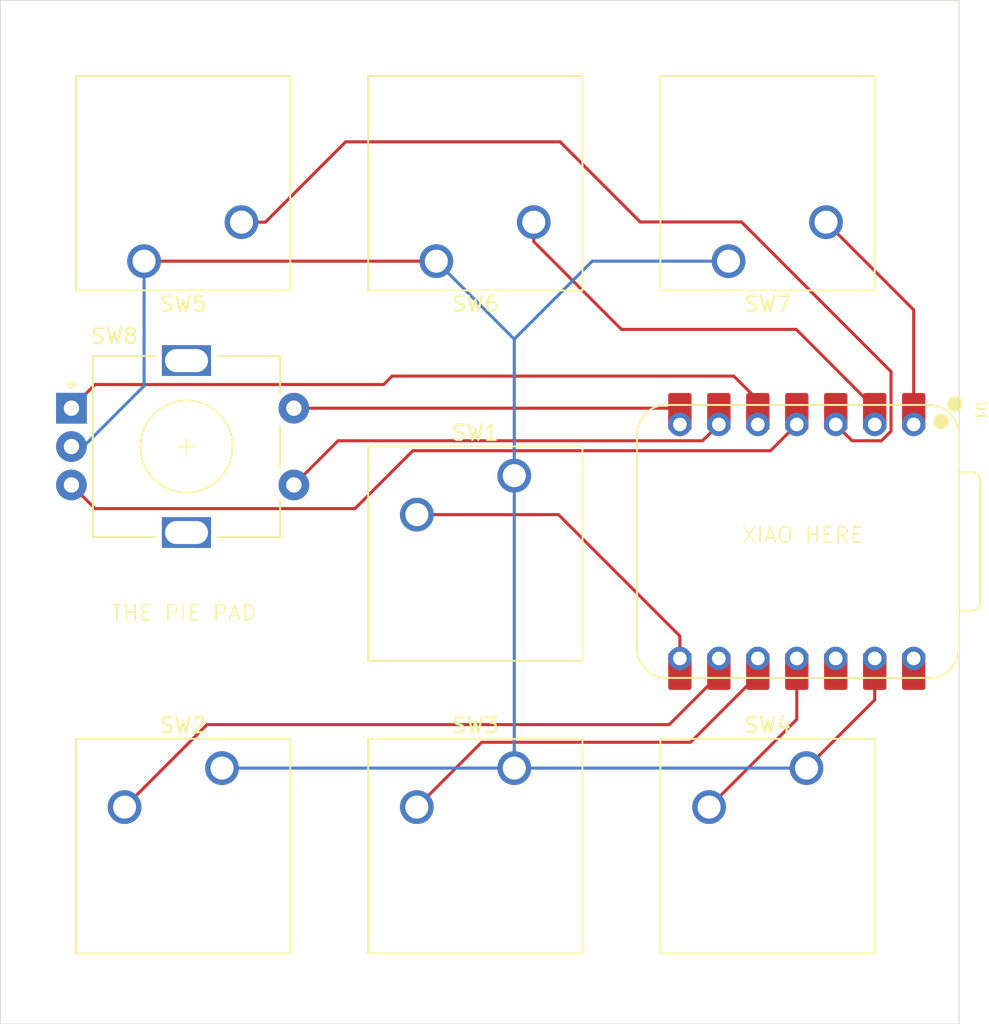
<source format=kicad_pcb>
(kicad_pcb (version 20241229) (generator "pcbnew") (generator_version "9.0")
  (layers (0 "F.Cu" signal) (2 "B.Cu" signal) (13 "F.Paste" user) (15 "B.Paste" user) (5 "F.SilkS" user "F.Silkscreen") (7 "B.SilkS" user "B.Silkscreen") (1 "F.Mask" user) (3 "B.Mask" user) (25 "Edge.Cuts" user))
  (net 0 "")
  (net 1 "+5V")
  (net 2 "GND")
  (net 3 "Net-(U1-GPIO1{slash}RX)")
  (net 4 "Net-(U1-GPIO2{slash}SCK)")
  (net 5 "Net-(U1-GPIO4{slash}MISO)")
  (net 6 "Net-(U1-GPIO3{slash}MOSI)")
  (net 7 "Net-(U1-GPIO29{slash}ADC3{slash}A3)")
  (net 8 "Net-(U1-GPIO7{slash}SCL)")
  (net 9 "Net-(U1-GPIO28{slash}ADC2{slash}A2)")
  (net 10 "Net-(U1-GPIO27{slash}ADC1{slash}A1)")
  (net 11 "Net-(U1-GPIO26{slash}ADC0{slash}A0)")
  (net 13 "Net-(U1-GPIO6{slash}SDA)")
  (net 14 "Net-(U1-GPIO0{slash}TX)")
  (footprint "Button_Switch_Keyboard:SW_Cherry_MX_1.00u_PCB" (layer "F.Cu") (at 114.14125 88.42375 180)
    (property "Reference" "SW5" (at -2.54 -2.794 0) (layer "F.SilkS"))
    (property "Value" "SW_Push")
    (fp_line (start 4.445 12.065) (end -9.525 12.065) (stroke (width 0.12)) (layer "F.SilkS"))
    (fp_line (start 4.445 -1.905) (end 4.445 12.065) (stroke (width 0.12)) (layer "F.SilkS"))
    (fp_line (start -9.525 12.065) (end -9.525 -1.905) (stroke (width 0.12)) (layer "F.SilkS"))
    (fp_line (start -9.525 -1.905) (end 4.445 -1.905) (stroke (width 0.12)) (layer "F.SilkS"))
    (pad "" np_thru_hole circle (at -7.62 5.08 180) (size 1.7 1.7) (drill 1.7) (layers "*.Cu" "*.Mask"))
    (pad "" np_thru_hole circle (at -2.54 5.08 180) (size 4 4) (drill 4) (layers "*.Cu" "*.Mask"))
    (pad "" np_thru_hole circle (at 2.54 5.08 180) (size 1.7 1.7) (drill 1.7) (layers "*.Cu" "*.Mask"))
    (pad "1" thru_hole circle (at 0 0 180) (size 2.2 2.2) (drill 1.5) (layers "*.Cu" "*.Mask") (net 2 "GND"))
    (pad "2" thru_hole circle (at -6.35 2.54 180) (size 2.2 2.2) (drill 1.5) (layers "*.Cu" "*.Mask") (net 9 "Net-(U1-GPIO28{slash}ADC2{slash}A2)"))
  )
  (footprint "OPL:XIAO-RP2040-DIP" (layer "F.Cu") (at 156.68625 106.68 -90)
    (property "Reference" "U1" (at -8.5 -12 270) (layer "F.SilkS") (effects (font (size 0.635 0.635) (thickness 0.1016))))
    (property "Value" "XIAO-RP2040-DIP")
    (fp_line (start -6.985 10.414) (end 6.985 10.414) (stroke (width 0.127)) (layer "F.SilkS"))
    (fp_line (start -8.89 8.509) (end -8.89 -8.636) (stroke (width 0.127)) (layer "F.SilkS"))
    (fp_line (start 8.89 8.509) (end 8.89 -8.636) (stroke (width 0.127)) (layer "F.SilkS"))
    (fp_line (start -4.495 -10.541) (end -4.491272 -11.451272) (stroke (width 0.127)) (layer "F.SilkS"))
    (fp_line (start 6.985 -10.541) (end -6.985 -10.541) (stroke (width 0.1)) (layer "F.SilkS"))
    (fp_line (start 6.985 -10.541) (end -6.985 -10.541) (stroke (width 0.127)) (layer "F.SilkS"))
    (fp_line (start 4.504 -11.451) (end 4.504 -10.541) (stroke (width 0.127)) (layer "F.SilkS"))
    (fp_line (start -3.991272 -11.951) (end 4.004 -11.951) (stroke (width 0.127)) (layer "F.SilkS"))
    (fp_arc (start -6.985 10.414) (mid -8.332038 9.856038) (end -8.89 8.509) (stroke (width 0.127)) (layer "F.SilkS"))
    (fp_arc (start 8.89 8.509) (mid 8.332038 9.856038) (end 6.985 10.414) (stroke (width 0.127)) (layer "F.SilkS"))
    (fp_arc (start -8.89 -8.636) (mid -8.332038 -9.983038) (end -6.985 -10.541) (stroke (width 0.127)) (layer "F.SilkS"))
    (fp_arc (start 6.985 -10.541) (mid 8.332038 -9.983038) (end 8.89 -8.636) (stroke (width 0.127)) (layer "F.SilkS"))
    (fp_arc (start -4.491272 -11.451272) (mid -4.344728 -11.80464) (end -3.991272 -11.951) (stroke (width 0.127)) (layer "F.SilkS"))
    (fp_arc (start 4.004 -11.951) (mid 4.357553 -11.804553) (end 4.504 -11.451) (stroke (width 0.127)) (layer "F.SilkS"))
    (fp_circle (center -7.807 -9.42) (end -7.807 -9.674) (stroke (width 0.5)) (fill yes) (layer "F.SilkS"))
    (fp_circle (center -8.95 -10.3) (end -8.95 -10.554) (stroke (width 0.5)) (fill yes) (layer "F.SilkS"))
    (pad "1" smd roundrect (at -8.455 -7.62 90) (size 2.432 1.524) (layers "F.Cu" "F.Mask") (roundrect_rratio 0.1) (net 11 "Net-(U1-GPIO26{slash}ADC0{slash}A0)"))
    (pad "1" thru_hole circle (at -7.62 -7.62 90) (size 1.524 1.524) (drill 0.889) (layers "*.Cu" "*.Mask") (net 11 "Net-(U1-GPIO26{slash}ADC0{slash}A0)"))
    (pad "2" smd roundrect (at -8.455 -5.08 90) (size 2.432 1.524) (layers "F.Cu" "F.Mask") (roundrect_rratio 0.1) (net 10 "Net-(U1-GPIO27{slash}ADC1{slash}A1)"))
    (pad "2" thru_hole circle (at -7.62 -5.08 90) (size 1.524 1.524) (drill 0.889) (layers "*.Cu" "*.Mask") (net 10 "Net-(U1-GPIO27{slash}ADC1{slash}A1)"))
    (pad "3" smd roundrect (at -8.455 -2.54 90) (size 2.432 1.524) (layers "F.Cu" "F.Mask") (roundrect_rratio 0.1) (net 9 "Net-(U1-GPIO28{slash}ADC2{slash}A2)"))
    (pad "3" thru_hole circle (at -7.62 -2.54 90) (size 1.524 1.524) (drill 0.889) (layers "*.Cu" "*.Mask") (net 9 "Net-(U1-GPIO28{slash}ADC2{slash}A2)"))
    (pad "4" smd roundrect (at -8.455 0 90) (size 2.432 1.524) (layers "F.Cu" "F.Mask") (roundrect_rratio 0.1) (net 7 "Net-(U1-GPIO29{slash}ADC3{slash}A3)"))
    (pad "4" thru_hole circle (at -7.62 0 90) (size 1.524 1.524) (drill 0.889) (layers "*.Cu" "*.Mask") (net 7 "Net-(U1-GPIO29{slash}ADC3{slash}A3)"))
    (pad "5" smd roundrect (at -8.455 2.54 90) (size 2.432 1.524) (layers "F.Cu" "F.Mask") (roundrect_rratio 0.1) (net 13 "Net-(U1-GPIO6{slash}SDA)"))
    (pad "5" thru_hole circle (at -7.62 2.54 90) (size 1.524 1.524) (drill 0.889) (layers "*.Cu" "*.Mask") (net 13 "Net-(U1-GPIO6{slash}SDA)"))
    (pad "6" smd roundrect (at -8.455 5.08 90) (size 2.432 1.524) (layers "F.Cu" "F.Mask") (roundrect_rratio 0.1) (net 8 "Net-(U1-GPIO7{slash}SCL)"))
    (pad "6" thru_hole circle (at -7.62 5.08 90) (size 1.524 1.524) (drill 0.889) (layers "*.Cu" "*.Mask") (net 8 "Net-(U1-GPIO7{slash}SCL)"))
    (pad "7" smd roundrect (at -8.455 7.62 90) (size 2.432 1.524) (layers "F.Cu" "F.Mask") (roundrect_rratio 0.1) (net 14 "Net-(U1-GPIO0{slash}TX)"))
    (pad "7" thru_hole circle (at -7.62 7.62 90) (size 1.524 1.524) (drill 0.889) (layers "*.Cu" "*.Mask") (net 14 "Net-(U1-GPIO0{slash}TX)"))
    (pad "8" thru_hole circle (at 7.62 7.62 270) (size 1.524 1.524) (drill 0.889) (layers "*.Cu" "*.Mask") (net 3 "Net-(U1-GPIO1{slash}RX)"))
    (pad "8" smd roundrect (at 8.455 7.62 270) (size 2.432 1.524) (layers "F.Cu" "F.Mask") (roundrect_rratio 0.1) (net 3 "Net-(U1-GPIO1{slash}RX)"))
    (pad "9" thru_hole circle (at 7.62 5.08 270) (size 1.524 1.524) (drill 0.889) (layers "*.Cu" "*.Mask") (net 4 "Net-(U1-GPIO2{slash}SCK)"))
    (pad "9" smd roundrect (at 8.455 5.08 270) (size 2.432 1.524) (layers "F.Cu" "F.Mask") (roundrect_rratio 0.1) (net 4 "Net-(U1-GPIO2{slash}SCK)"))
    (pad "10" thru_hole circle (at 7.62 2.54 270) (size 1.524 1.524) (drill 0.889) (layers "*.Cu" "*.Mask") (net 5 "Net-(U1-GPIO4{slash}MISO)"))
    (pad "10" smd roundrect (at 8.455 2.54 270) (size 2.432 1.524) (layers "F.Cu" "F.Mask") (roundrect_rratio 0.1) (net 5 "Net-(U1-GPIO4{slash}MISO)"))
    (pad "11" thru_hole circle (at 7.62 0 270) (size 1.524 1.524) (drill 0.889) (layers "*.Cu" "*.Mask") (net 6 "Net-(U1-GPIO3{slash}MOSI)"))
    (pad "11" smd roundrect (at 8.455 0 270) (size 2.432 1.524) (layers "F.Cu" "F.Mask") (roundrect_rratio 0.1) (net 6 "Net-(U1-GPIO3{slash}MOSI)"))
    (pad "12" thru_hole circle (at 7.62 -2.54 270) (size 1.524 1.524) (drill 0.889) (layers "*.Cu" "*.Mask"))
    (pad "12" smd roundrect (at 8.455 -2.54 270) (size 2.432 1.524) (layers "F.Cu" "F.Mask") (roundrect_rratio 0.1))
    (pad "13" thru_hole circle (at 7.62 -5.08 270) (size 1.524 1.524) (drill 0.889) (layers "*.Cu" "*.Mask") (net 2 "GND"))
    (pad "13" smd roundrect (at 8.455 -5.08 270) (size 2.432 1.524) (layers "F.Cu" "F.Mask") (roundrect_rratio 0.1) (net 2 "GND"))
    (pad "14" thru_hole circle (at 7.62 -7.62 270) (size 1.524 1.524) (drill 0.889) (layers "*.Cu" "*.Mask") (net 1 "+5V"))
    (pad "14" smd roundrect (at 8.455 -7.62 270) (size 2.432 1.524) (layers "F.Cu" "F.Mask") (roundrect_rratio 0.1) (net 1 "+5V"))
  )
  (footprint "Button_Switch_Keyboard:SW_Cherry_MX_1.00u_PCB" (layer "F.Cu") (at 138.27125 121.44375)
    (property "Reference" "SW3" (at -2.54 -2.794 0) (layer "F.SilkS"))
    (property "Value" "SW_Push")
    (fp_line (start -9.525 -1.905) (end 4.445 -1.905) (stroke (width 0.12)) (layer "F.SilkS"))
    (fp_line (start -9.525 12.065) (end -9.525 -1.905) (stroke (width 0.12)) (layer "F.SilkS"))
    (fp_line (start 4.445 -1.905) (end 4.445 12.065) (stroke (width 0.12)) (layer "F.SilkS"))
    (fp_line (start 4.445 12.065) (end -9.525 12.065) (stroke (width 0.12)) (layer "F.SilkS"))
    (pad "" np_thru_hole circle (at -7.62 5.08) (size 1.7 1.7) (drill 1.7) (layers "*.Cu" "*.Mask"))
    (pad "" np_thru_hole circle (at -2.54 5.08) (size 4 4) (drill 4) (layers "*.Cu" "*.Mask"))
    (pad "" np_thru_hole circle (at 2.54 5.08) (size 1.7 1.7) (drill 1.7) (layers "*.Cu" "*.Mask"))
    (pad "1" thru_hole circle (at 0 0) (size 2.2 2.2) (drill 1.5) (layers "*.Cu" "*.Mask") (net 2 "GND"))
    (pad "2" thru_hole circle (at -6.35 2.54) (size 2.2 2.2) (drill 1.5) (layers "*.Cu" "*.Mask") (net 5 "Net-(U1-GPIO4{slash}MISO)"))
  )
  (footprint "Button_Switch_Keyboard:SW_Cherry_MX_1.00u_PCB" (layer "F.Cu") (at 119.22125 121.44375)
    (property "Reference" "SW2" (at -2.54 -2.794 0) (layer "F.SilkS"))
    (property "Value" "SW_Push")
    (fp_line (start -9.525 -1.905) (end 4.445 -1.905) (stroke (width 0.12)) (layer "F.SilkS"))
    (fp_line (start -9.525 12.065) (end -9.525 -1.905) (stroke (width 0.12)) (layer "F.SilkS"))
    (fp_line (start 4.445 -1.905) (end 4.445 12.065) (stroke (width 0.12)) (layer "F.SilkS"))
    (fp_line (start 4.445 12.065) (end -9.525 12.065) (stroke (width 0.12)) (layer "F.SilkS"))
    (pad "" np_thru_hole circle (at -7.62 5.08) (size 1.7 1.7) (drill 1.7) (layers "*.Cu" "*.Mask"))
    (pad "" np_thru_hole circle (at -2.54 5.08) (size 4 4) (drill 4) (layers "*.Cu" "*.Mask"))
    (pad "" np_thru_hole circle (at 2.54 5.08) (size 1.7 1.7) (drill 1.7) (layers "*.Cu" "*.Mask"))
    (pad "1" thru_hole circle (at 0 0) (size 2.2 2.2) (drill 1.5) (layers "*.Cu" "*.Mask") (net 2 "GND"))
    (pad "2" thru_hole circle (at -6.35 2.54) (size 2.2 2.2) (drill 1.5) (layers "*.Cu" "*.Mask") (net 4 "Net-(U1-GPIO2{slash}SCK)"))
  )
  (footprint "Button_Switch_Keyboard:SW_Cherry_MX_1.00u_PCB" (layer "F.Cu") (at 157.32125 121.44375)
    (property "Reference" "SW4" (at -2.54 -2.794 0) (layer "F.SilkS"))
    (property "Value" "SW_Push")
    (fp_line (start -9.525 -1.905) (end 4.445 -1.905) (stroke (width 0.12)) (layer "F.SilkS"))
    (fp_line (start -9.525 12.065) (end -9.525 -1.905) (stroke (width 0.12)) (layer "F.SilkS"))
    (fp_line (start 4.445 -1.905) (end 4.445 12.065) (stroke (width 0.12)) (layer "F.SilkS"))
    (fp_line (start 4.445 12.065) (end -9.525 12.065) (stroke (width 0.12)) (layer "F.SilkS"))
    (pad "" np_thru_hole circle (at -7.62 5.08) (size 1.7 1.7) (drill 1.7) (layers "*.Cu" "*.Mask"))
    (pad "" np_thru_hole circle (at -2.54 5.08) (size 4 4) (drill 4) (layers "*.Cu" "*.Mask"))
    (pad "" np_thru_hole circle (at 2.54 5.08) (size 1.7 1.7) (drill 1.7) (layers "*.Cu" "*.Mask"))
    (pad "1" thru_hole circle (at 0 0) (size 2.2 2.2) (drill 1.5) (layers "*.Cu" "*.Mask") (net 2 "GND"))
    (pad "2" thru_hole circle (at -6.35 2.54) (size 2.2 2.2) (drill 1.5) (layers "*.Cu" "*.Mask") (net 6 "Net-(U1-GPIO3{slash}MOSI)"))
  )
  (footprint "Rotary_Encoder:RotaryEncoder_Alps_EC11E-Switch_Vertical_H20mm" (layer "F.Cu") (at 109.405902 98.000525)
    (property "Reference" "SW8" (at 2.8 -4.7 0) (layer "F.SilkS"))
    (property "Value" "RotaryEncoder_Switch")
    (fp_line (start -0.3 -1.6) (end 0.3 -1.6) (stroke (width 0.12)) (layer "F.SilkS"))
    (fp_line (start 0 -1.3) (end -0.3 -1.6) (stroke (width 0.12)) (layer "F.SilkS"))
    (fp_line (start 0.3 -1.6) (end 0 -1.3) (stroke (width 0.12)) (layer "F.SilkS"))
    (fp_line (start 1.4 -3.4) (end 1.4 8.4) (stroke (width 0.12)) (layer "F.SilkS"))
    (fp_line (start 5.5 -3.4) (end 1.4 -3.4) (stroke (width 0.12)) (layer "F.SilkS"))
    (fp_line (start 5.5 8.4) (end 1.4 8.4) (stroke (width 0.12)) (layer "F.SilkS"))
    (fp_line (start 7 2.5) (end 8 2.5) (stroke (width 0.12)) (layer "F.SilkS"))
    (fp_line (start 7.5 2) (end 7.5 3) (stroke (width 0.12)) (layer "F.SilkS"))
    (fp_line (start 9.5 -3.4) (end 13.6 -3.4) (stroke (width 0.12)) (layer "F.SilkS"))
    (fp_line (start 13.6 -3.4) (end 13.6 -1) (stroke (width 0.12)) (layer "F.SilkS"))
    (fp_line (start 13.6 1.2) (end 13.6 3.8) (stroke (width 0.12)) (layer "F.SilkS"))
    (fp_line (start 13.6 6) (end 13.6 8.4) (stroke (width 0.12)) (layer "F.SilkS"))
    (fp_line (start 13.6 8.4) (end 9.5 8.4) (stroke (width 0.12)) (layer "F.SilkS"))
    (fp_circle (center 7.5 2.5) (end 10.5 2.5) (stroke (width 0.12)) (fill no) (layer "F.SilkS"))
    (pad "A" thru_hole rect (at 0 0) (size 2 2) (drill 1) (layers "*.Cu" "*.Mask") (net 13 "Net-(U1-GPIO6{slash}SDA)"))
    (pad "B" thru_hole circle (at 0 5) (size 2 2) (drill 1) (layers "*.Cu" "*.Mask") (net 7 "Net-(U1-GPIO29{slash}ADC3{slash}A3)"))
    (pad "C" thru_hole circle (at 0 2.5) (size 2 2) (drill 1) (layers "*.Cu" "*.Mask") (net 2 "GND"))
    (pad "MP" thru_hole rect (at 7.5 -3.1) (size 3.2 2) (drill oval 2.8 1.5) (layers "*.Cu" "*.Mask"))
    (pad "MP" thru_hole rect (at 7.5 8.1) (size 3.2 2) (drill oval 2.8 1.5) (layers "*.Cu" "*.Mask"))
    (pad "S1" thru_hole circle (at 14.5 5) (size 2 2) (drill 1) (layers "*.Cu" "*.Mask") (net 8 "Net-(U1-GPIO7{slash}SCL)"))
    (pad "S2" thru_hole circle (at 14.5 0) (size 2 2) (drill 1) (layers "*.Cu" "*.Mask") (net 14 "Net-(U1-GPIO0{slash}TX)"))
  )
  (footprint "Button_Switch_Keyboard:SW_Cherry_MX_1.00u_PCB" (layer "F.Cu") (at 133.19125 88.42375 180)
    (property "Reference" "SW6" (at -2.54 -2.794 0) (layer "F.SilkS"))
    (property "Value" "SW_Push")
    (fp_line (start 4.445 12.065) (end -9.525 12.065) (stroke (width 0.12)) (layer "F.SilkS"))
    (fp_line (start 4.445 -1.905) (end 4.445 12.065) (stroke (width 0.12)) (layer "F.SilkS"))
    (fp_line (start -9.525 12.065) (end -9.525 -1.905) (stroke (width 0.12)) (layer "F.SilkS"))
    (fp_line (start -9.525 -1.905) (end 4.445 -1.905) (stroke (width 0.12)) (layer "F.SilkS"))
    (pad "" np_thru_hole circle (at -7.62 5.08 180) (size 1.7 1.7) (drill 1.7) (layers "*.Cu" "*.Mask"))
    (pad "" np_thru_hole circle (at -2.54 5.08 180) (size 4 4) (drill 4) (layers "*.Cu" "*.Mask"))
    (pad "" np_thru_hole circle (at 2.54 5.08 180) (size 1.7 1.7) (drill 1.7) (layers "*.Cu" "*.Mask"))
    (pad "1" thru_hole circle (at 0 0 180) (size 2.2 2.2) (drill 1.5) (layers "*.Cu" "*.Mask") (net 2 "GND"))
    (pad "2" thru_hole circle (at -6.35 2.54 180) (size 2.2 2.2) (drill 1.5) (layers "*.Cu" "*.Mask") (net 10 "Net-(U1-GPIO27{slash}ADC1{slash}A1)"))
  )
  (footprint "Button_Switch_Keyboard:SW_Cherry_MX_1.00u_PCB" (layer "F.Cu") (at 138.27125 102.39375)
    (property "Reference" "SW1" (at -2.54 -2.794 0) (layer "F.SilkS"))
    (property "Value" "SW_Push")
    (fp_line (start -9.525 -1.905) (end 4.445 -1.905) (stroke (width 0.12)) (layer "F.SilkS"))
    (fp_line (start -9.525 12.065) (end -9.525 -1.905) (stroke (width 0.12)) (layer "F.SilkS"))
    (fp_line (start 4.445 -1.905) (end 4.445 12.065) (stroke (width 0.12)) (layer "F.SilkS"))
    (fp_line (start 4.445 12.065) (end -9.525 12.065) (stroke (width 0.12)) (layer "F.SilkS"))
    (pad "" np_thru_hole circle (at -7.62 5.08) (size 1.7 1.7) (drill 1.7) (layers "*.Cu" "*.Mask"))
    (pad "" np_thru_hole circle (at -2.54 5.08) (size 4 4) (drill 4) (layers "*.Cu" "*.Mask"))
    (pad "" np_thru_hole circle (at 2.54 5.08) (size 1.7 1.7) (drill 1.7) (layers "*.Cu" "*.Mask"))
    (pad "1" thru_hole circle (at 0 0) (size 2.2 2.2) (drill 1.5) (layers "*.Cu" "*.Mask") (net 2 "GND"))
    (pad "2" thru_hole circle (at -6.35 2.54) (size 2.2 2.2) (drill 1.5) (layers "*.Cu" "*.Mask") (net 3 "Net-(U1-GPIO1{slash}RX)"))
  )
  (footprint "Button_Switch_Keyboard:SW_Cherry_MX_1.00u_PCB" (layer "F.Cu") (at 152.24125 88.42375 180)
    (property "Reference" "SW7" (at -2.54 -2.794 0) (layer "F.SilkS"))
    (property "Value" "SW_Push")
    (fp_line (start 4.445 12.065) (end -9.525 12.065) (stroke (width 0.12)) (layer "F.SilkS"))
    (fp_line (start 4.445 -1.905) (end 4.445 12.065) (stroke (width 0.12)) (layer "F.SilkS"))
    (fp_line (start -9.525 12.065) (end -9.525 -1.905) (stroke (width 0.12)) (layer "F.SilkS"))
    (fp_line (start -9.525 -1.905) (end 4.445 -1.905) (stroke (width 0.12)) (layer "F.SilkS"))
    (pad "" np_thru_hole circle (at -7.62 5.08 180) (size 1.7 1.7) (drill 1.7) (layers "*.Cu" "*.Mask"))
    (pad "" np_thru_hole circle (at -2.54 5.08 180) (size 4 4) (drill 4) (layers "*.Cu" "*.Mask"))
    (pad "" np_thru_hole circle (at 2.54 5.08 180) (size 1.7 1.7) (drill 1.7) (layers "*.Cu" "*.Mask"))
    (pad "1" thru_hole circle (at 0 0 180) (size 2.2 2.2) (drill 1.5) (layers "*.Cu" "*.Mask") (net 2 "GND"))
    (pad "2" thru_hole circle (at -6.35 2.54 180) (size 2.2 2.2) (drill 1.5) (layers "*.Cu" "*.Mask") (net 11 "Net-(U1-GPIO26{slash}ADC0{slash}A0)"))
  )
  (gr_rect (start 104.775 71.4375) (end 167.265423 138.1125) (stroke (width 0.05)) (fill no) (layer "Edge.Cuts"))
  (gr_text "THE PIE PAD" (at 111.91875 111.91875 0) (layer "F.SilkS") (effects (font (size 1 1) (thickness 0.1)) (justify left bottom)))
  (gr_text "XIAO HERE" (at 153.040896 106.852179 0) (layer "F.SilkS") (effects (font (size 1 1) (thickness 0.1)) (justify left bottom)))
  (segment (start 161.76625 114.3) (end 161.76625 116.99875) (width 0.2) (layer "F.Cu") (net 2))
  (segment (start 119.22125 121.285) (end 119.04475 121.1085) (width 0.2) (layer "F.Cu") (net 2))
  (segment (start 114.14125 88.42375) (end 133.19125 88.42375) (width 0.2) (layer "F.Cu") (net 2))
  (segment (start 119.22125 121.44375) (end 119.22125 121.285) (width 0.2) (layer "F.Cu") (net 2))
  (segment (start 161.76625 116.99875) (end 157.32125 121.44375) (width 0.2) (layer "F.Cu") (net 2))
  (segment (start 109.405902 100.500525) (end 110.189475 100.500525) (width 0.2) (layer "B.Cu") (net 2))
  (segment (start 157.32125 121.44375) (end 138.27125 121.44375) (width 0.2) (layer "B.Cu") (net 2))
  (segment (start 114.14125 96.54875) (end 114.14125 88.42375) (width 0.2) (layer "B.Cu") (net 2))
  (segment (start 110.189475 100.500525) (end 114.14125 96.54875) (width 0.2) (layer "B.Cu") (net 2))
  (segment (start 143.35125 88.42375) (end 138.27125 93.50375) (width 0.2) (layer "B.Cu") (net 2))
  (segment (start 138.27125 93.50375) (end 138.27125 102.39375) (width 0.2) (layer "B.Cu") (net 2))
  (segment (start 138.27125 121.44375) (end 119.22125 121.44375) (width 0.2) (layer "B.Cu") (net 2))
  (segment (start 138.27125 121.44375) (end 138.27125 102.39375) (width 0.2) (layer "B.Cu") (net 2))
  (segment (start 133.19125 88.42375) (end 138.27125 93.50375) (width 0.2) (layer "B.Cu") (net 2))
  (segment (start 152.24125 88.42375) (end 143.35125 88.42375) (width 0.2) (layer "B.Cu") (net 2))
  (segment (start 149.06625 114.3) (end 149.06625 112.84625) (width 0.2) (layer "F.Cu") (net 3))
  (segment (start 141.15375 104.93375) (end 131.92125 104.93375) (width 0.2) (layer "F.Cu") (net 3))
  (segment (start 149.06625 112.84625) (end 141.15375 104.93375) (width 0.2) (layer "F.Cu") (net 3))
  (segment (start 151.60625 114.3) (end 151.60625 115.37763) (width 0.2) (layer "F.Cu") (net 4))
  (segment (start 118.245 118.61) (end 112.87125 123.98375) (width 0.2) (layer "F.Cu") (net 4))
  (segment (start 148.37388 118.61) (end 118.245 118.61) (width 0.2) (layer "F.Cu") (net 4))
  (segment (start 151.60625 115.37763) (end 148.37388 118.61) (width 0.2) (layer "F.Cu") (net 4))
  (segment (start 154.14625 115.37763) (end 149.76388 119.76) (width 0.2) (layer "F.Cu") (net 5))
  (segment (start 154.14625 114.3) (end 154.14625 115.37763) (width 0.2) (layer "F.Cu") (net 5))
  (segment (start 149.76388 119.76) (end 136.145 119.76) (width 0.2) (layer "F.Cu") (net 5))
  (segment (start 136.145 119.76) (end 131.92125 123.98375) (width 0.2) (layer "F.Cu") (net 5))
  (segment (start 150.97125 123.98375) (end 156.68625 118.26875) (width 0.2) (layer "F.Cu") (net 6))
  (segment (start 156.68625 118.26875) (end 156.68625 114.3) (width 0.2) (layer "F.Cu") (net 6))
  (segment (start 154.97625 100.77) (end 156.68625 99.06) (width 0.2) (layer "F.Cu") (net 7))
  (segment (start 109.405902 103.000525) (end 110.945377 104.54) (width 0.2) (layer "F.Cu") (net 7))
  (segment (start 110.945377 104.54) (end 127.89 104.54) (width 0.2) (layer "F.Cu") (net 7))
  (segment (start 131.66 100.77) (end 154.97625 100.77) (width 0.2) (layer "F.Cu") (net 7))
  (segment (start 127.89 104.54) (end 131.66 100.77) (width 0.2) (layer "F.Cu") (net 7))
  (segment (start 126.783427 100.123) (end 150.54325 100.123) (width 0.2) (layer "F.Cu") (net 8))
  (segment (start 123.905902 103.000525) (end 126.783427 100.123) (width 0.2) (layer "F.Cu") (net 8))
  (segment (start 150.54325 100.123) (end 151.60625 99.06) (width 0.2) (layer "F.Cu") (net 8))
  (segment (start 159.22625 99.06) (end 160.28925 100.123) (width 0.2) (layer "F.Cu") (net 9))
  (segment (start 162.82925 99.50031) (end 162.82925 95.61925) (width 0.2) (layer "F.Cu") (net 9))
  (segment (start 127.280634 80.65) (end 122.046884 85.88375) (width 0.2) (layer "F.Cu") (net 9))
  (segment (start 162.82925 95.61925) (end 153.08 85.87) (width 0.2) (layer "F.Cu") (net 9))
  (segment (start 146.48 85.87) (end 141.26 80.65) (width 0.2) (layer "F.Cu") (net 9))
  (segment (start 162.20656 100.123) (end 162.82925 99.50031) (width 0.2) (layer "F.Cu") (net 9))
  (segment (start 160.28925 100.123) (end 162.20656 100.123) (width 0.2) (layer "F.Cu") (net 9))
  (segment (start 153.08 85.87) (end 146.48 85.87) (width 0.2) (layer "F.Cu") (net 9))
  (segment (start 122.046884 85.88375) (end 120.49125 85.88375) (width 0.2) (layer "F.Cu") (net 9))
  (segment (start 159.22625 99.06) (end 159.22625 97.98237) (width 0.2) (layer "F.Cu") (net 9))
  (segment (start 141.26 80.65) (end 127.280634 80.65) (width 0.2) (layer "F.Cu") (net 9))
  (segment (start 161.76625 99.06) (end 161.76625 97.98237) (width 0.2) (layer "F.Cu") (net 10))
  (segment (start 161.76625 97.98237) (end 156.65263 92.86875) (width 0.2) (layer "F.Cu") (net 10))
  (segment (start 139.54125 87.15375) (end 139.54125 85.88375) (width 0.2) (layer "F.Cu") (net 10))
  (segment (start 156.65263 92.86875) (end 145.25625 92.86875) (width 0.2) (layer "F.Cu") (net 10))
  (segment (start 145.25625 92.86875) (end 139.54125 87.15375) (width 0.2) (layer "F.Cu") (net 10))
  (segment (start 164.30625 99.06) (end 164.30625 91.59875) (width 0.2) (layer "F.Cu") (net 11))
  (segment (start 164.30625 91.59875) (end 158.59125 85.88375) (width 0.2) (layer "F.Cu") (net 11))
  (segment (start 154.14625 97.47625) (end 154.14625 98.225) (width 0.2) (layer "F.Cu") (net 13))
  (segment (start 109.405902 98.000525) (end 110.946427 96.46) (width 0.2) (layer "F.Cu") (net 13))
  (segment (start 154.14625 99.06) (end 154.14625 97.98237) (width 0.2) (layer "F.Cu") (net 13))
  (segment (start 129.75875 96.46) (end 130.30875 95.91) (width 0.2) (layer "F.Cu") (net 13))
  (segment (start 130.30875 95.91) (end 152.58 95.91) (width 0.2) (layer "F.Cu") (net 13))
  (segment (start 152.58 95.91) (end 154.14625 97.47625) (width 0.2) (layer "F.Cu") (net 13))
  (segment (start 110.946427 96.46) (end 129.75875 96.46) (width 0.2) (layer "F.Cu") (net 13))
  (segment (start 123.905902 98.000525) (end 148.841775 98.000525) (width 0.2) (layer "F.Cu") (net 14))
  (segment (start 148.841775 98.000525) (end 149.06625 98.225) (width 0.2) (layer "F.Cu") (net 14))
)
</source>
